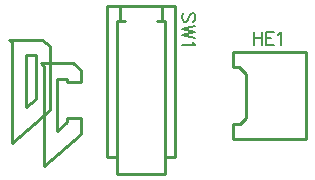
<source format=gto>
G04 Layer: TopSilkLayer*
G04 EasyEDA v6.4.17, 2021-03-12T13:34:12--8:00*
G04 3659535c781443348461a5117498f7cd,debd25b7e7f645e7808fdd9718494454,10*
G04 Gerber Generator version 0.2*
G04 Scale: 100 percent, Rotated: No, Reflected: No *
G04 Dimensions in millimeters *
G04 leading zeros omitted , absolute positions ,4 integer and 5 decimal *
%FSLAX45Y45*%
%MOMM*%

%ADD10C,0.2540*%
%ADD14C,0.2500*%
%ADD15C,0.1524*%

%LPD*%
D15*
X7391400Y6795515D02*
G01*
X7391400Y6686550D01*
X7464043Y6795515D02*
G01*
X7464043Y6686550D01*
X7391400Y6743700D02*
G01*
X7464043Y6743700D01*
X7498334Y6795515D02*
G01*
X7498334Y6686550D01*
X7498334Y6795515D02*
G01*
X7565897Y6795515D01*
X7498334Y6743700D02*
G01*
X7539990Y6743700D01*
X7498334Y6686550D02*
G01*
X7565897Y6686550D01*
X7600188Y6774687D02*
G01*
X7610602Y6780021D01*
X7626350Y6795515D01*
X7626350Y6686550D01*
X6881622Y6886955D02*
G01*
X6892036Y6897370D01*
X6897115Y6912863D01*
X6897115Y6933692D01*
X6892036Y6949186D01*
X6881622Y6959600D01*
X6871208Y6959600D01*
X6860793Y6954520D01*
X6855459Y6949186D01*
X6850379Y6938771D01*
X6839965Y6907529D01*
X6834886Y6897370D01*
X6829552Y6892036D01*
X6819138Y6886955D01*
X6803643Y6886955D01*
X6793229Y6897370D01*
X6788150Y6912863D01*
X6788150Y6933692D01*
X6793229Y6949186D01*
X6803643Y6959600D01*
X6897115Y6852665D02*
G01*
X6788150Y6826504D01*
X6897115Y6800595D02*
G01*
X6788150Y6826504D01*
X6897115Y6800595D02*
G01*
X6788150Y6774687D01*
X6897115Y6748779D02*
G01*
X6788150Y6774687D01*
X6876288Y6714489D02*
G01*
X6881622Y6704076D01*
X6897115Y6688328D01*
X6788150Y6688328D01*
D10*
X5863021Y6532600D02*
G01*
X5593011Y6532600D01*
X5613016Y6512600D01*
X5613016Y5662599D01*
X5931656Y5933932D01*
X5931656Y6072596D01*
X5813016Y6072596D01*
X5813016Y6032599D01*
X5728009Y5957986D01*
X5728009Y6397599D01*
X5813016Y6397599D01*
X5813016Y6372603D01*
X5931656Y6372603D01*
X5931656Y6479146D01*
X5863021Y6532600D01*
X5464558Y6163241D02*
G01*
X5464558Y6603240D01*
X5553016Y6602600D01*
X5553016Y6232042D01*
X5464558Y6163241D01*
X5344195Y6677601D02*
G01*
X5344195Y5859190D01*
X5671256Y6137429D01*
X5671256Y6677601D01*
X5603019Y6732600D01*
X5320543Y6732600D01*
X5344553Y6713240D01*
X5344195Y6677601D01*
D14*
X7217514Y5889002D02*
G01*
X7217514Y6019800D01*
X7277100Y6019800D01*
X7327900Y6070600D01*
X7327900Y6438900D01*
X7302500Y6464300D01*
X7264400Y6502400D01*
X7213600Y6502400D01*
X7213600Y6629400D01*
X7838404Y5889002D02*
G01*
X7838404Y6629001D01*
X7838404Y5889002D02*
G01*
X7217514Y5889002D01*
X7217514Y6629001D02*
G01*
X7838404Y6629001D01*
D10*
X6728896Y7021799D02*
G01*
X6728899Y5741802D01*
X6148903Y5741802D02*
G01*
X6148900Y7021799D01*
X6148903Y7021799D02*
G01*
X6728899Y7021799D01*
X6616700Y6889800D02*
G01*
X6616700Y7016800D01*
X6261100Y6889800D02*
G01*
X6261100Y7016800D01*
X6642100Y6889800D02*
G01*
X6572013Y6889800D01*
X6305786Y6889800D02*
G01*
X6235700Y6889800D01*
X6235700Y6889800D02*
G01*
X6235700Y5594400D01*
X6235700Y5594400D02*
G01*
X6642100Y5594400D01*
X6642100Y5594400D02*
G01*
X6642100Y6889800D01*
X6728899Y5741802D02*
G01*
X6642100Y5741802D01*
X6148903Y5741802D02*
G01*
X6235700Y5741802D01*
M02*

</source>
